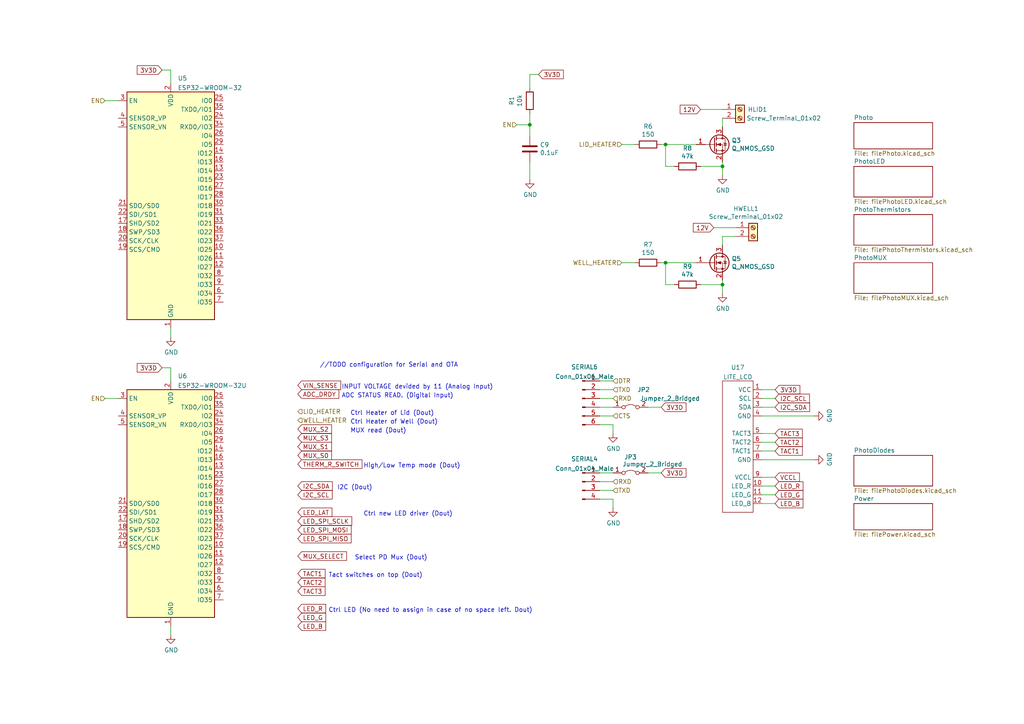
<source format=kicad_sch>
(kicad_sch (version 20211123) (generator eeschema)
  (paper "A4")
  (lib_symbols
    (symbol "Connector:Conn_01x04_Male" (pin_names (offset 1.016) hide)
      (property "Reference" "J" (at 0 5.08 0))
      (property "Value" "Conn_01x04_Male" (at 0 -7.62 0))
      (symbol "Conn_01x04_Male_1_1"
        (polyline (pts (xy 1.27 -5.08) (xy 0.8636 -5.08)) (stroke (width 0.1524)))
        (polyline (pts (xy 1.27 -2.54) (xy 0.8636 -2.54)) (stroke (width 0.1524)))
        (polyline (pts (xy 1.27 0) (xy 0.8636 0)) (stroke (width 0.1524)))
        (polyline (pts (xy 1.27 2.54) (xy 0.8636 2.54)) (stroke (width 0.1524)))
        (rectangle (start 0.8636 -4.953) (end 0 -5.207) (stroke (width 0.1524)) (fill (type outline)))
        (rectangle (start 0.8636 -2.413) (end 0 -2.667) (stroke (width 0.1524)) (fill (type outline)))
        (rectangle (start 0.8636 0.127) (end 0 -0.127) (stroke (width 0.1524)) (fill (type outline)))
        (rectangle (start 0.8636 2.667) (end 0 2.413) (stroke (width 0.1524)) (fill (type outline)))
        (pin passive line (at 5.08 2.54 180) (length 3.81) (name "Pin_1") (number "1"))
        (pin passive line (at 5.08 0 180) (length 3.81) (name "Pin_2") (number "2"))
        (pin passive line (at 5.08 -2.54 180) (length 3.81) (name "Pin_3") (number "3"))
        (pin passive line (at 5.08 -5.08 180) (length 3.81) (name "Pin_4") (number "4"))
      )
    )
    (symbol "Connector:Conn_01x06_Male" (pin_names (offset 1.016) hide)
      (property "Reference" "J" (at 0 7.62 0))
      (property "Value" "Conn_01x06_Male" (at 0 -10.16 0))
      (symbol "Conn_01x06_Male_1_1"
        (polyline (pts (xy 1.27 -7.62) (xy 0.8636 -7.62)) (stroke (width 0.1524)))
        (polyline (pts (xy 1.27 -5.08) (xy 0.8636 -5.08)) (stroke (width 0.1524)))
        (polyline (pts (xy 1.27 -2.54) (xy 0.8636 -2.54)) (stroke (width 0.1524)))
        (polyline (pts (xy 1.27 0) (xy 0.8636 0)) (stroke (width 0.1524)))
        (polyline (pts (xy 1.27 2.54) (xy 0.8636 2.54)) (stroke (width 0.1524)))
        (polyline (pts (xy 1.27 5.08) (xy 0.8636 5.08)) (stroke (width 0.1524)))
        (rectangle (start 0.8636 -7.493) (end 0 -7.747) (stroke (width 0.1524)) (fill (type outline)))
        (rectangle (start 0.8636 -4.953) (end 0 -5.207) (stroke (width 0.1524)) (fill (type outline)))
        (rectangle (start 0.8636 -2.413) (end 0 -2.667) (stroke (width 0.1524)) (fill (type outline)))
        (rectangle (start 0.8636 0.127) (end 0 -0.127) (stroke (width 0.1524)) (fill (type outline)))
        (rectangle (start 0.8636 2.667) (end 0 2.413) (stroke (width 0.1524)) (fill (type outline)))
        (rectangle (start 0.8636 5.207) (end 0 4.953) (stroke (width 0.1524)) (fill (type outline)))
        (pin passive line (at 5.08 5.08 180) (length 3.81) (name "Pin_1") (number "1"))
        (pin passive line (at 5.08 2.54 180) (length 3.81) (name "Pin_2") (number "2"))
        (pin passive line (at 5.08 0 180) (length 3.81) (name "Pin_3") (number "3"))
        (pin passive line (at 5.08 -2.54 180) (length 3.81) (name "Pin_4") (number "4"))
        (pin passive line (at 5.08 -5.08 180) (length 3.81) (name "Pin_5") (number "5"))
        (pin passive line (at 5.08 -7.62 180) (length 3.81) (name "Pin_6") (number "6"))
      )
    )
    (symbol "Connector:Screw_Terminal_01x02" (pin_names (offset 1.016) hide)
      (property "Reference" "J" (at 0 2.54 0))
      (property "Value" "Screw_Terminal_01x02" (at 0 -5.08 0))
      (symbol "Screw_Terminal_01x02_1_1"
        (rectangle (start -1.27 1.27) (end 1.27 -3.81) (stroke (width 0.254)) (fill (type background)))
        (circle (center 0 -2.54) (radius 0.635) (stroke (width 0.1524)))
        (polyline (pts (xy -0.5334 -2.2098) (xy 0.3302 -3.048)) (stroke (width 0.1524)))
        (polyline (pts (xy -0.5334 0.3302) (xy 0.3302 -0.508)) (stroke (width 0.1524)))
        (polyline (pts (xy -0.3556 -2.032) (xy 0.508 -2.8702)) (stroke (width 0.1524)))
        (polyline (pts (xy -0.3556 0.508) (xy 0.508 -0.3302)) (stroke (width 0.1524)))
        (circle (center 0 0) (radius 0.635) (stroke (width 0.1524)))
        (pin passive line (at -5.08 0 0) (length 3.81) (name "Pin_1") (number "1"))
        (pin passive line (at -5.08 -2.54 0) (length 3.81) (name "Pin_2") (number "2"))
      )
    )
    (symbol "Device:C" (pin_numbers hide) (pin_names (offset 0.254))
      (property "Reference" "C" (at 0.635 2.54 0))
      (property "Value" "C" (at 0.635 -2.54 0))
      (symbol "C_0_1"
        (polyline (pts (xy -2.032 -0.762) (xy 2.032 -0.762)) (stroke (width 0.508)))
        (polyline (pts (xy -2.032 0.762) (xy 2.032 0.762)) (stroke (width 0.508)))
      )
      (symbol "C_1_1"
        (pin passive line (at 0 3.81 270) (length 2.794) (name "~") (number "1"))
        (pin passive line (at 0 -3.81 90) (length 2.794) (name "~") (number "2"))
      )
    )
    (symbol "Device:Q_NMOS_GSD" (pin_names (offset 0) hide)
      (property "Reference" "Q" (at 5.08 1.27 0))
      (property "Value" "Q_NMOS_GSD" (at 5.08 -1.27 0))
      (symbol "Q_NMOS_GSD_0_1"
        (polyline (pts (xy 0.254 0) (xy -2.54 0)))
        (polyline (pts (xy 0.254 1.905) (xy 0.254 -1.905)) (stroke (width 0.254)))
        (polyline (pts (xy 0.762 -1.27) (xy 0.762 -2.286)) (stroke (width 0.254)))
        (polyline (pts (xy 0.762 0.508) (xy 0.762 -0.508)) (stroke (width 0.254)))
        (polyline (pts (xy 0.762 2.286) (xy 0.762 1.27)) (stroke (width 0.254)))
        (polyline (pts (xy 2.54 2.54) (xy 2.54 1.778)))
        (polyline (pts (xy 2.54 -2.54) (xy 2.54 0) (xy 0.762 0)))
        (polyline (pts (xy 0.762 -1.778) (xy 3.302 -1.778) (xy 3.302 1.778) (xy 0.762 1.778)))
        (polyline (pts (xy 1.016 0) (xy 2.032 0.381) (xy 2.032 -0.381) (xy 1.016 0)) (fill (type outline)))
        (polyline (pts (xy 2.794 0.508) (xy 2.921 0.381) (xy 3.683 0.381) (xy 3.81 0.254)))
        (polyline (pts (xy 3.302 0.381) (xy 2.921 -0.254) (xy 3.683 -0.254) (xy 3.302 0.381)))
        (circle (center 1.651 0) (radius 2.794) (stroke (width 0.254)))
        (circle (center 2.54 -1.778) (radius 0.254) (fill (type outline)))
        (circle (center 2.54 1.778) (radius 0.254) (fill (type outline)))
      )
      (symbol "Q_NMOS_GSD_1_1"
        (pin input line (at -5.08 0 0) (length 2.54) (name "G") (number "1"))
        (pin passive line (at 2.54 -5.08 90) (length 2.54) (name "S") (number "2"))
        (pin passive line (at 2.54 5.08 270) (length 2.54) (name "D") (number "3"))
      )
    )
    (symbol "Device:R" (pin_numbers hide) (pin_names (offset 0))
      (property "Reference" "R" (at 2.032 0 90))
      (property "Value" "R" (at 0 0 90))
      (symbol "R_0_1"
        (rectangle (start -1.016 -2.54) (end 1.016 2.54) (stroke (width 0.254)))
      )
      (symbol "R_1_1"
        (pin passive line (at 0 3.81 270) (length 1.27) (name "~") (number "1"))
        (pin passive line (at 0 -3.81 90) (length 1.27) (name "~") (number "2"))
      )
    )
    (symbol "Jumper:Jumper_2_Bridged" (pin_names (offset 0) hide)
      (property "Reference" "JP" (at 0 1.905 0))
      (property "Value" "Jumper_2_Bridged" (at 0 -2.54 0))
      (symbol "Jumper_2_Bridged_0_0"
        (circle (center -2.032 0) (radius 0.508))
        (circle (center 2.032 0) (radius 0.508))
      )
      (symbol "Jumper_2_Bridged_0_1"
        (arc (start 1.524 0.254) (mid 0 0.762) (end -1.524 0.254))
      )
      (symbol "Jumper_2_Bridged_1_1"
        (pin passive line (at -5.08 0 0) (length 2.54) (name "A") (number "1"))
        (pin passive line (at 5.08 0 180) (length 2.54) (name "B") (number "2"))
      )
    )
    (symbol "Ninja-qPCR:LITE_LCD"
      (property "Reference" "U" (at -3.81 3.81 0))
      (property "Value" "LITE_LCD" (at -3.81 -36.83 0))
      (symbol "LITE_LCD_0_1"
        (rectangle (start 0 2.54) (end -8.89 -35.56) (stroke (width 0.1524)))
      )
      (symbol "LITE_LCD_1_1"
        (pin input line (at 2.54 0 180) (length 2.54) (name "VCC") (number "1"))
        (pin input line (at 2.54 -27.94 180) (length 2.54) (name "LED_R") (number "10"))
        (pin input line (at 2.54 -30.48 180) (length 2.54) (name "LED_G") (number "11"))
        (pin input line (at 2.54 -33.02 180) (length 2.54) (name "LED_B") (number "12"))
        (pin input line (at 2.54 -2.54 180) (length 2.54) (name "SCL") (number "2"))
        (pin input line (at 2.54 -5.08 180) (length 2.54) (name "SDA") (number "3"))
        (pin input line (at 2.54 -7.62 180) (length 2.54) (name "GND") (number "4"))
        (pin input line (at 2.54 -12.7 180) (length 2.54) (name "TACT3") (number "5"))
        (pin input line (at 2.54 -15.24 180) (length 2.54) (name "TACT2") (number "6"))
        (pin input line (at 2.54 -17.78 180) (length 2.54) (name "TACT1") (number "7"))
        (pin input line (at 2.54 -20.32 180) (length 2.54) (name "GND") (number "8"))
        (pin input line (at 2.54 -25.4 180) (length 2.54) (name "VCCL") (number "9"))
      )
    )
    (symbol "RF_Module:ESP32-WROOM-32"
      (property "Reference" "U" (at -12.7 34.29 0))
      (property "Value" "ESP32-WROOM-32" (at 1.27 34.29 0))
      (symbol "ESP32-WROOM-32_0_1"
        (rectangle (start -12.7 33.02) (end 12.7 -33.02) (stroke (width 0.254)) (fill (type background)))
      )
      (symbol "ESP32-WROOM-32_1_1"
        (pin power_in line (at 0 -35.56 90) (length 2.54) (name "GND") (number "1"))
        (pin bidirectional line (at 15.24 -12.7 180) (length 2.54) (name "IO25") (number "10"))
        (pin bidirectional line (at 15.24 -15.24 180) (length 2.54) (name "IO26") (number "11"))
        (pin bidirectional line (at 15.24 -17.78 180) (length 2.54) (name "IO27") (number "12"))
        (pin bidirectional line (at 15.24 10.16 180) (length 2.54) (name "IO14") (number "13"))
        (pin bidirectional line (at 15.24 15.24 180) (length 2.54) (name "IO12") (number "14"))
        (pin passive line (at 0 -35.56 90) (length 2.54) hide (name "GND") (number "15"))
        (pin bidirectional line (at 15.24 12.7 180) (length 2.54) (name "IO13") (number "16"))
        (pin bidirectional line (at -15.24 -5.08 0) (length 2.54) (name "SHD/SD2") (number "17"))
        (pin bidirectional line (at -15.24 -7.62 0) (length 2.54) (name "SWP/SD3") (number "18"))
        (pin bidirectional line (at -15.24 -12.7 0) (length 2.54) (name "SCS/CMD") (number "19"))
        (pin power_in line (at 0 35.56 270) (length 2.54) (name "VDD") (number "2"))
        (pin bidirectional line (at -15.24 -10.16 0) (length 2.54) (name "SCK/CLK") (number "20"))
        (pin bidirectional line (at -15.24 0 0) (length 2.54) (name "SDO/SD0") (number "21"))
        (pin bidirectional line (at -15.24 -2.54 0) (length 2.54) (name "SDI/SD1") (number "22"))
        (pin bidirectional line (at 15.24 7.62 180) (length 2.54) (name "IO15") (number "23"))
        (pin bidirectional line (at 15.24 25.4 180) (length 2.54) (name "IO2") (number "24"))
        (pin bidirectional line (at 15.24 30.48 180) (length 2.54) (name "IO0") (number "25"))
        (pin bidirectional line (at 15.24 20.32 180) (length 2.54) (name "IO4") (number "26"))
        (pin bidirectional line (at 15.24 5.08 180) (length 2.54) (name "IO16") (number "27"))
        (pin bidirectional line (at 15.24 2.54 180) (length 2.54) (name "IO17") (number "28"))
        (pin bidirectional line (at 15.24 17.78 180) (length 2.54) (name "IO5") (number "29"))
        (pin input line (at -15.24 30.48 0) (length 2.54) (name "EN") (number "3"))
        (pin bidirectional line (at 15.24 0 180) (length 2.54) (name "IO18") (number "30"))
        (pin bidirectional line (at 15.24 -2.54 180) (length 2.54) (name "IO19") (number "31"))
        (pin no_connect line (at -12.7 -27.94 0) (length 2.54) hide (name "NC") (number "32"))
        (pin bidirectional line (at 15.24 -5.08 180) (length 2.54) (name "IO21") (number "33"))
        (pin bidirectional line (at 15.24 22.86 180) (length 2.54) (name "RXD0/IO3") (number "34"))
        (pin bidirectional line (at 15.24 27.94 180) (length 2.54) (name "TXD0/IO1") (number "35"))
        (pin bidirectional line (at 15.24 -7.62 180) (length 2.54) (name "IO22") (number "36"))
        (pin bidirectional line (at 15.24 -10.16 180) (length 2.54) (name "IO23") (number "37"))
        (pin passive line (at 0 -35.56 90) (length 2.54) hide (name "GND") (number "38"))
        (pin passive line (at 0 -35.56 90) (length 2.54) hide (name "GND") (number "39"))
        (pin input line (at -15.24 25.4 0) (length 2.54) (name "SENSOR_VP") (number "4"))
        (pin input line (at -15.24 22.86 0) (length 2.54) (name "SENSOR_VN") (number "5"))
        (pin input line (at 15.24 -25.4 180) (length 2.54) (name "IO34") (number "6"))
        (pin input line (at 15.24 -27.94 180) (length 2.54) (name "IO35") (number "7"))
        (pin bidirectional line (at 15.24 -20.32 180) (length 2.54) (name "IO32") (number "8"))
        (pin bidirectional line (at 15.24 -22.86 180) (length 2.54) (name "IO33") (number "9"))
      )
    )
    (symbol "RF_Module:ESP32-WROOM-32U"
      (property "Reference" "U" (at -12.7 34.29 0))
      (property "Value" "ESP32-WROOM-32U" (at 1.27 34.29 0))
      (symbol "ESP32-WROOM-32U_0_1"
        (rectangle (start -12.7 33.02) (end 12.7 -33.02) (stroke (width 0.254)) (fill (type background)))
      )
      (symbol "ESP32-WROOM-32U_1_1"
        (pin power_in line (at 0 -35.56 90) (length 2.54) (name "GND") (number "1"))
        (pin bidirectional line (at 15.24 -12.7 180) (length 2.54) (name "IO25") (number "10"))
        (pin bidirectional line (at 15.24 -15.24 180) (length 2.54) (name "IO26") (number "11"))
        (pin bidirectional line (at 15.24 -17.78 180) (length 2.54) (name "IO27") (number "12"))
        (pin bidirectional line (at 15.24 10.16 180) (length 2.54) (name "IO14") (number "13"))
        (pin bidirectional line (at 15.24 15.24 180) (length 2.54) (name "IO12") (number "14"))
        (pin passive line (at 0 -35.56 90) (length 2.54) hide (name "GND") (number "15"))
        (pin bidirectional line (at 15.24 12.7 180) (length 2.54) (name "IO13") (number "16"))
        (pin bidirectional line (at -15.24 -5.08 0) (length 2.54) (name "SHD/SD2") (number "17"))
        (pin bidirectional line (at -15.24 -7.62 0) (length 2.54) (name "SWP/SD3") (number "18"))
        (pin bidirectional line (at -15.24 -12.7 0) (length 2.54) (name "SCS/CMD") (number "19"))
        (pin power_in line (at 0 35.56 270) (length 2.54) (name "VDD") (number "2"))
        (pin bidirectional line (at -15.24 -10.16 0) (length 2.54) (name "SCK/CLK") (number "20"))
        (pin bidirectional line (at -15.24 0 0) (length 2.54) (name "SDO/SD0") (number "21"))
        (pin bidirectional line (at -15.24 -2.54 0) (length 2.54) (name "SDI/SD1") (number "22"))
        (pin bidirectional line (at 15.24 7.62 180) (length 2.54) (name "IO15") (number "23"))
        (pin bidirectional line (at 15.24 25.4 180) (length 2.54) (name "IO2") (number "24"))
        (pin bidirectional line (at 15.24 30.48 180) (length 2.54) (name "IO0") (number "25"))
        (pin bidirectional line (at 15.24 20.32 180) (length 2.54) (name "IO4") (number "26"))
        (pin bidirectional line (at 15.24 5.08 180) (length 2.54) (name "IO16") (number "27"))
        (pin bidirectional line (at 15.24 2.54 180) (length 2.54) (name "IO17") (number "28"))
        (pin bidirectional line (at 15.24 17.78 180) (length 2.54) (name "IO5") (number "29"))
        (pin input line (at -15.24 30.48 0) (length 2.54) (name "EN") (number "3"))
        (pin bidirectional line (at 15.24 0 180) (length 2.54) (name "IO18") (number "30"))
        (pin bidirectional line (at 15.24 -2.54 180) (length 2.54) (name "IO19") (number "31"))
        (pin no_connect line (at -12.7 -27.94 0) (length 2.54) hide (name "NC") (number "32"))
        (pin bidirectional line (at 15.24 -5.08 180) (length 2.54) (name "IO21") (number "33"))
        (pin bidirectional line (at 15.24 22.86 180) (length 2.54) (name "RXD0/IO3") (number "34"))
        (pin bidirectional line (at 15.24 27.94 180) (length 2.54) (name "TXD0/IO1") (number "35"))
        (pin bidirectional line (at 15.24 -7.62 180) (length 2.54) (name "IO22") (number "36"))
        (pin bidirectional line (at 15.24 -10.16 180) (length 2.54) (name "IO23") (number "37"))
        (pin passive line (at 0 -35.56 90) (length 2.54) hide (name "GND") (number "38"))
        (pin passive line (at 0 -35.56 90) (length 2.54) hide (name "GND") (number "39"))
        (pin input line (at -15.24 25.4 0) (length 2.54) (name "SENSOR_VP") (number "4"))
        (pin input line (at -15.24 22.86 0) (length 2.54) (name "SENSOR_VN") (number "5"))
        (pin input line (at 15.24 -25.4 180) (length 2.54) (name "IO34") (number "6"))
        (pin input line (at 15.24 -27.94 180) (length 2.54) (name "IO35") (number "7"))
        (pin bidirectional line (at 15.24 -20.32 180) (length 2.54) (name "IO32") (number "8"))
        (pin bidirectional line (at 15.24 -22.86 180) (length 2.54) (name "IO33") (number "9"))
      )
    )
    (symbol "power:GND" (power) (pin_names (offset 0))
      (property "Value" "GND" (at 0 -3.81 0))
      (symbol "GND_0_1"
        (polyline (pts (xy 0 0) (xy 0 -1.27) (xy 1.27 -1.27) (xy 0 -2.54) (xy -1.27 -1.27) (xy 0 -1.27)))
      )
      (symbol "GND_1_1"
        (pin power_in line (at 0 0 270) (length 0) hide (name "GND") (number "1"))
      )
    )
  )
  (junction (at 193.04 41.91))
  (junction (at 209.55 82.55))
  (junction (at 209.55 48.26))
  (junction (at 153.67 36.195))
  (junction (at 193.04 76.2))
  (wire (pts (xy 46.99 20.32) (xy 49.53 20.32)))
  (wire (pts (xy 173.99 142.24) (xy 177.8 142.24)))
  (wire (pts (xy 203.2 48.26) (xy 209.55 48.26)))
  (wire (pts (xy 193.04 76.2) (xy 191.77 76.2)))
  (wire (pts (xy 49.53 106.68) (xy 49.53 110.49)))
  (wire (pts (xy 153.67 21.59) (xy 153.67 25.4)))
  (wire (pts (xy 187.96 118.11) (xy 191.77 118.11)))
  (wire (pts (xy 49.53 181.61) (xy 49.53 184.15)))
  (wire (pts (xy 193.04 48.26) (xy 193.04 41.91)))
  (wire (pts (xy 213.36 68.58) (xy 209.55 68.58)))
  (wire (pts (xy 49.53 95.25) (xy 49.53 97.79)))
  (wire (pts (xy 220.98 130.81) (xy 224.79 130.81)))
  (wire (pts (xy 207.01 66.04) (xy 213.36 66.04)))
  (wire (pts (xy 193.04 82.55) (xy 193.04 76.2)))
  (wire (pts (xy 201.93 41.91) (xy 193.04 41.91)))
  (wire (pts (xy 173.99 110.49) (xy 177.8 110.49)))
  (wire (pts (xy 220.98 133.35) (xy 236.22 133.35)))
  (wire (pts (xy 173.99 123.19) (xy 177.8 123.19)))
  (wire (pts (xy 173.99 120.65) (xy 177.8 120.65)))
  (wire (pts (xy 153.67 36.195) (xy 153.67 39.37)))
  (wire (pts (xy 220.98 125.73) (xy 224.79 125.73)))
  (wire (pts (xy 173.99 144.78) (xy 177.8 144.78)))
  (wire (pts (xy 220.98 115.57) (xy 224.79 115.57)))
  (wire (pts (xy 220.98 120.65) (xy 236.22 120.65)))
  (wire (pts (xy 203.2 82.55) (xy 209.55 82.55)))
  (wire (pts (xy 220.98 146.05) (xy 224.79 146.05)))
  (wire (pts (xy 195.58 82.55) (xy 193.04 82.55)))
  (wire (pts (xy 209.55 85.09) (xy 209.55 82.55)))
  (wire (pts (xy 177.8 144.78) (xy 177.8 147.32)))
  (wire (pts (xy 220.98 113.03) (xy 224.79 113.03)))
  (wire (pts (xy 180.34 76.2) (xy 184.15 76.2)))
  (wire (pts (xy 173.99 118.11) (xy 177.8 118.11)))
  (wire (pts (xy 30.48 29.21) (xy 34.29 29.21)))
  (wire (pts (xy 153.67 46.99) (xy 153.67 52.07)))
  (wire (pts (xy 177.8 123.19) (xy 177.8 125.73)))
  (wire (pts (xy 49.53 20.32) (xy 49.53 24.13)))
  (wire (pts (xy 153.67 33.02) (xy 153.67 36.195)))
  (wire (pts (xy 201.93 76.2) (xy 193.04 76.2)))
  (wire (pts (xy 209.55 82.55) (xy 209.55 81.28)))
  (wire (pts (xy 173.99 139.7) (xy 177.8 139.7)))
  (wire (pts (xy 209.55 68.58) (xy 209.55 71.12)))
  (wire (pts (xy 173.99 137.16) (xy 177.8 137.16)))
  (wire (pts (xy 173.99 115.57) (xy 177.8 115.57)))
  (wire (pts (xy 220.98 118.11) (xy 224.79 118.11)))
  (wire (pts (xy 220.98 140.97) (xy 224.79 140.97)))
  (wire (pts (xy 30.48 115.57) (xy 34.29 115.57)))
  (wire (pts (xy 46.99 106.68) (xy 49.53 106.68)))
  (wire (pts (xy 156.21 21.59) (xy 153.67 21.59)))
  (wire (pts (xy 180.34 41.91) (xy 184.15 41.91)))
  (wire (pts (xy 149.86 36.195) (xy 153.67 36.195)))
  (wire (pts (xy 209.55 48.26) (xy 209.55 46.99)))
  (wire (pts (xy 187.96 137.16) (xy 191.77 137.16)))
  (wire (pts (xy 193.04 41.91) (xy 191.77 41.91)))
  (wire (pts (xy 220.98 128.27) (xy 224.79 128.27)))
  (wire (pts (xy 209.55 34.29) (xy 209.55 36.83)))
  (wire (pts (xy 220.98 143.51) (xy 224.79 143.51)))
  (wire (pts (xy 209.55 50.8) (xy 209.55 48.26)))
  (wire (pts (xy 173.99 113.03) (xy 177.8 113.03)))
  (wire (pts (xy 195.58 48.26) (xy 193.04 48.26)))
  (wire (pts (xy 203.2 31.75) (xy 209.55 31.75)))
  (wire (pts (xy 220.98 138.43) (xy 224.79 138.43)))
  (text "Ctrl Heater of Well (Dout)" (at 101.6 123.19 0) (effects (font (size 1.27 1.27)) (justify left bottom)))
  (text "Ctrl LED (No need to assign in case of no space left. Dout)" (at 95.25 177.8 0) (effects (font (size 1.27 1.27)) (justify left bottom)))
  (text "Ctrl new LED driver (Dout)" (at 105.41 149.86 0) (effects (font (size 1.27 1.27)) (justify left bottom)))
  (text "ADC STATUS READ. (Digital Input)" (at 99.06 115.57 0) (effects (font (size 1.27 1.27)) (justify left bottom)))
  (text "MUX read (Dout)" (at 101.6 125.73 0) (effects (font (size 1.27 1.27)) (justify left bottom)))
  (text "Ctrl Heater of Lid (Dout)" (at 101.6 120.65 0) (effects (font (size 1.27 1.27)) (justify left bottom)))
  (text "//TODO configuration for Serial and OTA" (at 92.71 106.68 0) (effects (font (size 1.27 1.27)) (justify left bottom)))
  (text "Select PD Mux (Dout)" (at 102.87 162.56 0) (effects (font (size 1.27 1.27)) (justify left bottom)))
  (text "I2C (Dout)" (at 97.79 142.24 0) (effects (font (size 1.27 1.27)) (justify left bottom)))
  (text "INPUT VOLTAGE devided by 11 (Analog Input)" (at 99.06 113.03 0) (effects (font (size 1.27 1.27)) (justify left bottom)))
  (text "High/Low Temp mode (Dout)" (at 105.41 135.89 0) (effects (font (size 1.27 1.27)) (justify left bottom)))
  (text "Tact switches on top (Dout)" (at 95.25 167.64 0) (effects (font (size 1.27 1.27)) (justify left bottom)))
  (global_label "MUX_S3" (shape input) (at 86.36 127 0) (property "Intersheet References" "${INTERSHEET_REFS}" (effects hide)))
  (global_label "3V3D" (shape input) (at 224.79 113.03 0) (property "Intersheet References" "${INTERSHEET_REFS}" (effects hide)))
  (global_label "LED_SPI_SCLK" (shape input) (at 86.36 151.13 0) (property "Intersheet References" "${INTERSHEET_REFS}" (effects hide)))
  (global_label "I2C_SCL" (shape input) (at 224.79 115.57 0) (property "Intersheet References" "${INTERSHEET_REFS}" (effects hide)))
  (global_label "LED_G" (shape input) (at 224.79 143.51 0) (property "Intersheet References" "${INTERSHEET_REFS}" (effects hide)))
  (global_label "LED_LAT" (shape input) (at 86.36 148.59 0) (property "Intersheet References" "${INTERSHEET_REFS}" (effects hide)))
  (global_label "LED_R" (shape input) (at 86.36 176.53 0) (property "Intersheet References" "${INTERSHEET_REFS}" (effects hide)))
  (global_label "TACT2" (shape input) (at 86.36 168.91 0) (property "Intersheet References" "${INTERSHEET_REFS}" (effects hide)))
  (global_label "TACT3" (shape input) (at 224.79 125.73 0) (property "Intersheet References" "${INTERSHEET_REFS}" (effects hide)))
  (global_label "3V3D" (shape input) (at 156.21 21.59 0) (property "Intersheet References" "${INTERSHEET_REFS}" (effects hide)))
  (global_label "3V3D" (shape input) (at 191.77 118.11 0) (property "Intersheet References" "${INTERSHEET_REFS}" (effects hide)))
  (global_label "I2C_SDA" (shape input) (at 86.36 140.97 0) (property "Intersheet References" "${INTERSHEET_REFS}" (effects hide)))
  (global_label "THERM_R_SWITCH" (shape input) (at 86.36 134.62 0) (property "Intersheet References" "${INTERSHEET_REFS}" (effects hide)))
  (global_label "TACT1" (shape input) (at 86.36 166.37 0) (property "Intersheet References" "${INTERSHEET_REFS}" (effects hide)))
  (global_label "MUX_S1" (shape input) (at 86.36 129.54 0) (property "Intersheet References" "${INTERSHEET_REFS}" (effects hide)))
  (global_label "LED_SPI_MOSI" (shape input) (at 86.36 153.67 0) (property "Intersheet References" "${INTERSHEET_REFS}" (effects hide)))
  (global_label "LED_R" (shape input) (at 224.79 140.97 0) (property "Intersheet References" "${INTERSHEET_REFS}" (effects hide)))
  (global_label "12V" (shape input) (at 207.01 66.04 180) (property "Intersheet References" "${INTERSHEET_REFS}" (effects hide)))
  (global_label "ADC_DRDY" (shape input) (at 86.36 114.3 0) (property "Intersheet References" "${INTERSHEET_REFS}" (effects hide)))
  (global_label "VCCL" (shape input) (at 224.79 138.43 0) (property "Intersheet References" "${INTERSHEET_REFS}" (effects hide)))
  (global_label "3V3D" (shape input) (at 46.99 106.68 180) (property "Intersheet References" "${INTERSHEET_REFS}" (effects hide)))
  (global_label "I2C_SDA" (shape input) (at 224.79 118.11 0) (property "Intersheet References" "${INTERSHEET_REFS}" (effects hide)))
  (global_label "TACT2" (shape input) (at 224.79 128.27 0) (property "Intersheet References" "${INTERSHEET_REFS}" (effects hide)))
  (global_label "TACT3" (shape input) (at 86.36 171.45 0) (property "Intersheet References" "${INTERSHEET_REFS}" (effects hide)))
  (global_label "I2C_SCL" (shape input) (at 86.36 143.51 0) (property "Intersheet References" "${INTERSHEET_REFS}" (effects hide)))
  (global_label "3V3D" (shape input) (at 46.99 20.32 180) (property "Intersheet References" "${INTERSHEET_REFS}" (effects hide)))
  (global_label "12V" (shape input) (at 203.2 31.75 180) (property "Intersheet References" "${INTERSHEET_REFS}" (effects hide)))
  (global_label "MUX_S0" (shape input) (at 86.36 132.08 0) (property "Intersheet References" "${INTERSHEET_REFS}" (effects hide)))
  (global_label "LED_SPI_MISO" (shape input) (at 86.36 156.21 0) (property "Intersheet References" "${INTERSHEET_REFS}" (effects hide)))
  (global_label "LED_B" (shape input) (at 86.36 181.61 0) (property "Intersheet References" "${INTERSHEET_REFS}" (effects hide)))
  (global_label "MUX_SELECT" (shape input) (at 86.36 161.29 0) (property "Intersheet References" "${INTERSHEET_REFS}" (effects hide)))
  (global_label "VIN_SENSE" (shape input) (at 86.36 111.76 0) (property "Intersheet References" "${INTERSHEET_REFS}" (effects hide)))
  (global_label "LED_G" (shape input) (at 86.36 179.07 0) (property "Intersheet References" "${INTERSHEET_REFS}" (effects hide)))
  (global_label "MUX_S2" (shape input) (at 86.36 124.46 0) (property "Intersheet References" "${INTERSHEET_REFS}" (effects hide)))
  (global_label "LED_B" (shape input) (at 224.79 146.05 0) (property "Intersheet References" "${INTERSHEET_REFS}" (effects hide)))
  (global_label "3V3D" (shape input) (at 191.77 137.16 0) (property "Intersheet References" "${INTERSHEET_REFS}" (effects hide)))
  (global_label "TACT1" (shape input) (at 224.79 130.81 0) (property "Intersheet References" "${INTERSHEET_REFS}" (effects hide)))
  (hierarchical_label "WELL_HEATER" (shape input) (at 86.36 121.92 0))
  (hierarchical_label "EN" (shape input) (at 30.48 29.21 180))
  (hierarchical_label "RXD" (shape input) (at 177.8 115.57 0))
  (hierarchical_label "TXD" (shape input) (at 177.8 113.03 0))
  (hierarchical_label "RXD" (shape input) (at 177.8 139.7 0))
  (hierarchical_label "LID_HEATER" (shape input) (at 180.34 41.91 180))
  (hierarchical_label "CTS" (shape input) (at 177.8 120.65 0))
  (hierarchical_label "EN" (shape input) (at 30.48 115.57 180))
  (hierarchical_label "LID_HEATER" (shape input) (at 86.36 119.38 0))
  (hierarchical_label "EN" (shape input) (at 149.86 36.195 180))
  (hierarchical_label "WELL_HEATER" (shape input) (at 180.34 76.2 180))
  (hierarchical_label "TXD" (shape input) (at 177.8 142.24 0))
  (hierarchical_label "DTR" (shape input) (at 177.8 110.49 0))
  (symbol (lib_id "Device:R") (at 199.39 48.26 270) (unit 1)
    (property "Reference" "R8" (at 199.39 43.0022 90))
    (property "Value" "47k" (at 199.39 45.3136 90))
    (property "Footprint" "Resistor_SMD:R_0603_1608Metric" (effects hide))
  )
  (symbol (lib_id "Device:R") (at 187.96 41.91 270) (unit 1)
    (property "Reference" "R6" (at 187.96 36.6522 90))
    (property "Value" "150" (at 187.96 38.9636 90))
    (property "Footprint" "Resistor_SMD:R_0603_1608Metric" (effects hide))
  )
  (symbol (lib_id "power:GND") (at 209.55 50.8 0) (unit 1)
    (property "Reference" "#PWR05" (effects hide))
    (property "Value" "GND" (at 209.677 55.1942 0))
  )
  (symbol (lib_id "Device:Q_NMOS_GSD") (at 207.01 41.91 0) (unit 1)
    (property "Reference" "Q3" (at 212.1916 40.7416 0) (effects (justify left)))
    (property "Value" "Q_NMOS_GSD" (at 212.1916 43.053 0) (effects (justify left)))
    (property "Footprint" "Ninja-qPCR:SOT95P240X112-3N" (effects hide))
  )
  (symbol (lib_id "Device:R") (at 199.39 82.55 270) (unit 1)
    (property "Reference" "R9" (at 199.39 77.2922 90))
    (property "Value" "47k" (at 199.39 79.6036 90))
    (property "Footprint" "Resistor_SMD:R_0603_1608Metric" (effects hide))
  )
  (symbol (lib_id "Device:R") (at 187.96 76.2 270) (unit 1)
    (property "Reference" "R7" (at 187.96 70.9422 90))
    (property "Value" "150" (at 187.96 73.2536 90))
    (property "Footprint" "Resistor_SMD:R_0603_1608Metric" (effects hide))
  )
  (symbol (lib_id "power:GND") (at 209.55 85.09 0) (unit 1)
    (property "Reference" "#PWR07" (effects hide))
    (property "Value" "GND" (at 209.677 89.4842 0))
  )
  (symbol (lib_id "Device:Q_NMOS_GSD") (at 207.01 76.2 0) (unit 1)
    (property "Reference" "Q5" (at 212.1916 75.0316 0) (effects (justify left)))
    (property "Value" "Q_NMOS_GSD" (at 212.1916 77.343 0) (effects (justify left)))
    (property "Footprint" "Ninja-qPCR:SOT95P240X112-3N" (effects hide))
  )
  (symbol (lib_id "Connector:Screw_Terminal_01x02") (at 218.44 66.04 0) (unit 1)
    (property "Reference" "HWELL1" (at 216.3572 60.5282 0))
    (property "Value" "Screw_Terminal_01x02" (at 216.3572 62.8396 0))
    (property "Footprint" "Ninja-qPCR:TB_SeeedOPL_320110028" (effects hide))
  )
  (symbol (lib_id "Connector:Screw_Terminal_01x02") (at 214.63 31.75 0) (unit 1)
    (property "Reference" "HLID1" (at 219.71 31.75 0))
    (property "Value" "Screw_Terminal_01x02" (at 227.33 34.29 0))
    (property "Footprint" "Ninja-qPCR:TB_SeeedOPL_320110028" (effects hide))
  )
  (symbol (lib_id "Connector:Conn_01x06_Male") (at 168.91 115.57 0) (unit 1)
    (property "Reference" "SERIAL6" (at 169.545 106.4473 0))
    (property "Value" "Conn_01x06_Male" (at 169.545 109.2224 0))
    (property "Footprint" "Connector_PinSocket_2.54mm:PinSocket_1x06_P2.54mm_Vertical" (effects hide))
  )
  (symbol (lib_id "power:GND") (at 49.53 97.79 0) (unit 1)
    (property "Reference" "#PWR0104" (effects hide))
    (property "Value" "GND" (at 49.657 102.1842 0))
  )
  (symbol (lib_id "power:GND") (at 177.8 125.73 0) (unit 1)
    (property "Reference" "#PWR0101" (effects hide))
    (property "Value" "GND" (at 177.927 130.1242 0))
  )
  (symbol (lib_id "power:GND") (at 236.22 133.35 90) (unit 1)
    (property "Reference" "#PWR0139" (effects hide))
    (property "Value" "GND" (at 240.6142 133.223 0))
  )
  (symbol (lib_id "Device:C") (at 153.67 43.18 0) (unit 1)
    (property "Reference" "C9" (at 156.591 42.0116 0) (effects (justify left)))
    (property "Value" "0.1uF" (at 156.591 44.323 0) (effects (justify left)))
    (property "Footprint" "Capacitor_SMD:C_0603_1608Metric" (effects hide))
  )
  (symbol (lib_id "power:GND") (at 49.53 184.15 0) (unit 1)
    (property "Reference" "#PWR0105" (effects hide))
    (property "Value" "GND" (at 49.657 188.5442 0))
  )
  (symbol (lib_id "RF_Module:ESP32-WROOM-32") (at 49.53 59.69 0) (unit 1)
    (property "Reference" "U5" (at 51.5494 22.7035 0) (effects (justify left)))
    (property "Value" "ESP32-WROOM-32" (at 51.5494 25.4786 0) (effects (justify left)))
    (property "Footprint" "RF_Module:ESP32-WROOM-32" (effects hide))
    (property "Datasheet" "https://www.espressif.com/sites/default/files/documentation/esp32-wroom-32_datasheet_en.pdf" (effects hide))
  )
  (symbol (lib_id "RF_Module:ESP32-WROOM-32U") (at 49.53 146.05 0) (unit 1)
    (property "Reference" "U6" (at 51.5494 109.0635 0) (effects (justify left)))
    (property "Value" "ESP32-WROOM-32U" (at 51.5494 111.8386 0) (effects (justify left)))
    (property "Footprint" "RF_Module:ESP32-WROOM-32U" (effects hide))
    (property "Datasheet" "https://www.espressif.com/sites/default/files/documentation/esp32-wroom-32d_esp32-wroom-32u_datasheet_en.pdf" (effects hide))
  )
  (symbol (lib_id "power:GND") (at 177.8 147.32 0) (unit 1)
    (property "Reference" "#PWR0102" (effects hide))
    (property "Value" "GND" (at 177.927 151.7142 0))
  )
  (symbol (lib_id "Jumper:Jumper_2_Bridged") (at 182.88 118.11 0) (unit 1)
    (property "Reference" "JP2" (at 186.69 113.03 0))
    (property "Value" "Jumper_2_Bridged" (at 194.31 115.57 0))
    (property "Footprint" "Jumper:SolderJumper-2_P1.3mm_Open_TrianglePad1.0x1.5mm" (effects hide))
  )
  (symbol (lib_id "Connector:Conn_01x04_Male") (at 168.91 139.7 0) (unit 1)
    (property "Reference" "SERIAL4" (at 169.545 133.1173 0))
    (property "Value" "Conn_01x04_Male" (at 169.545 135.8924 0))
    (property "Footprint" "Connector_PinSocket_2.54mm:PinSocket_1x04_P2.54mm_Vertical" (effects hide))
  )
  (symbol (lib_id "power:GND") (at 236.22 120.65 90) (unit 1)
    (property "Reference" "#PWR0140" (effects hide))
    (property "Value" "GND" (at 240.6142 120.523 0))
  )
  (symbol (lib_id "power:GND") (at 153.67 52.07 0) (unit 1)
    (property "Reference" "#PWR0103" (effects hide))
    (property "Value" "GND" (at 153.797 56.4642 0))
  )
  (symbol (lib_id "Jumper:Jumper_2_Bridged") (at 182.88 137.16 0) (unit 1)
    (property "Reference" "JP3" (at 182.88 132.5585 0))
    (property "Value" "Jumper_2_Bridged" (at 189.23 134.62 0))
    (property "Footprint" "Jumper:SolderJumper-2_P1.3mm_Open_TrianglePad1.0x1.5mm" (effects hide))
  )
  (symbol (lib_id "Ninja-qPCR:LITE_LCD") (at 218.44 113.03 0) (unit 1)
    (property "Reference" "U17" (at 213.995 106.5743 0))
    (property "Value" "LITE_LCD" (at 213.995 109.3494 0))
    (property "Footprint" "Ninja-qPCR:LITE_LCD" (effects hide))
  )
  (symbol (lib_id "Device:R") (at 153.67 29.21 0) (unit 1)
    (property "Reference" "R1" (at 148.4122 29.21 90))
    (property "Value" "10k" (at 150.7236 29.21 90))
    (property "Footprint" "Resistor_SMD:R_0603_1608Metric" (effects hide))
  )
  (sheet (at 247.65 35.56) (size 22.86 7.62)
    (property "Sheet name" "Photo" (at 247.65 34.8484 0) (effects (justify left bottom)))
    (property "Sheet file" "filePhoto.kicad_sch" (at 247.65 43.7646 0) (effects (justify left top)))
  )
  (sheet (at 247.65 48.26) (size 22.86 8.89)
    (property "Sheet name" "PhotoLED" (at 247.65 47.5484 0) (effects (justify left bottom)))
    (property "Sheet file" "filePhotoLED.kicad_sch" (at 247.65 57.7346 0) (effects (justify left top)))
  )
  (sheet (at 247.65 62.23) (size 22.86 8.89)
    (property "Sheet name" "PhotoThermistors" (at 247.65 61.5184 0) (effects (justify left bottom)))
    (property "Sheet file" "filePhotoThermistors.kicad_sch" (at 247.65 71.7046 0) (effects (justify left top)))
  )
  (sheet (at 247.65 76.2) (size 22.86 8.89)
    (property "Sheet name" "PhotoMUX" (at 247.65 75.4884 0) (effects (justify left bottom)))
    (property "Sheet file" "filePhotoMUX.kicad_sch" (at 247.65 85.6746 0) (effects (justify left top)))
  )
  (sheet (at 247.65 146.05) (size 22.86 7.62) (stroke (width 0.1524))
    (property "Sheet name" "Power" (at 247.65 145.3384 0) (effects (justify left bottom)))
    (property "Sheet file" "filePower.kicad_sch" (at 247.65 154.2546 0) (effects (justify left top)))
  )
  (sheet (at 247.65 132.08) (size 22.86 8.89) (stroke (width 0.1524))
    (property "Sheet name" "PhotoDiodes" (at 247.65 131.3684 0) (effects (justify left bottom)))
    (property "Sheet file" "filePhotoDiodes.kicad_sch" (at 247.65 141.5546 0) (effects (justify left top)))
  )
)
</source>
